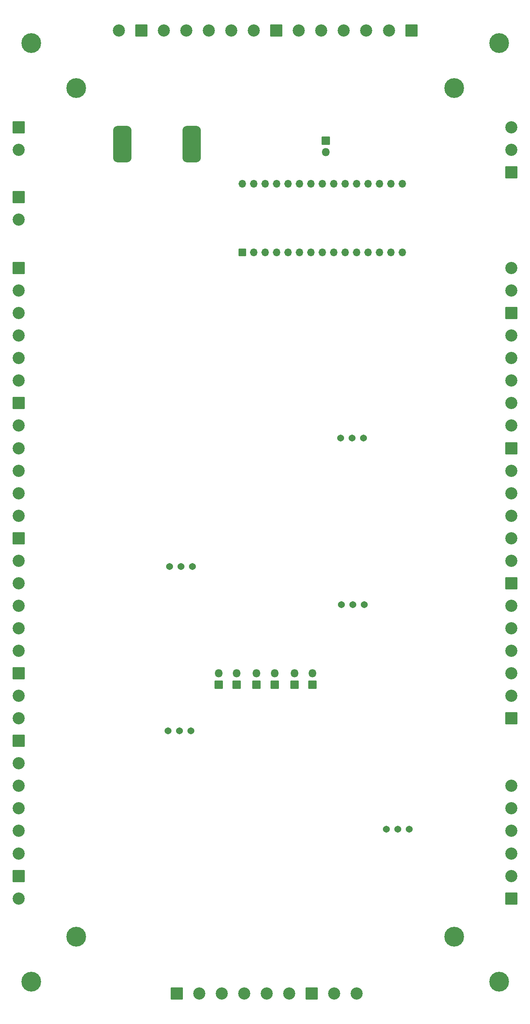
<source format=gbr>
%TF.GenerationSoftware,KiCad,Pcbnew,7.0.7*%
%TF.CreationDate,2023-09-28T18:20:59+01:00*%
%TF.ProjectId,pipcb,70697063-622e-46b6-9963-61645f706362,rev?*%
%TF.SameCoordinates,Original*%
%TF.FileFunction,Soldermask,Bot*%
%TF.FilePolarity,Negative*%
%FSLAX46Y46*%
G04 Gerber Fmt 4.6, Leading zero omitted, Abs format (unit mm)*
G04 Created by KiCad (PCBNEW 7.0.7) date 2023-09-28 18:20:59*
%MOMM*%
%LPD*%
G01*
G04 APERTURE LIST*
G04 Aperture macros list*
%AMRoundRect*
0 Rectangle with rounded corners*
0 $1 Rounding radius*
0 $2 $3 $4 $5 $6 $7 $8 $9 X,Y pos of 4 corners*
0 Add a 4 corners polygon primitive as box body*
4,1,4,$2,$3,$4,$5,$6,$7,$8,$9,$2,$3,0*
0 Add four circle primitives for the rounded corners*
1,1,$1+$1,$2,$3*
1,1,$1+$1,$4,$5*
1,1,$1+$1,$6,$7*
1,1,$1+$1,$8,$9*
0 Add four rect primitives between the rounded corners*
20,1,$1+$1,$2,$3,$4,$5,0*
20,1,$1+$1,$4,$5,$6,$7,0*
20,1,$1+$1,$6,$7,$8,$9,0*
20,1,$1+$1,$8,$9,$2,$3,0*%
G04 Aperture macros list end*
%ADD10RoundRect,0.050000X1.300000X1.300000X-1.300000X1.300000X-1.300000X-1.300000X1.300000X-1.300000X0*%
%ADD11C,2.700000*%
%ADD12C,1.540000*%
%ADD13C,4.400000*%
%ADD14RoundRect,0.050000X0.850000X0.850000X-0.850000X0.850000X-0.850000X-0.850000X0.850000X-0.850000X0*%
%ADD15O,1.800000X1.800000*%
%ADD16RoundRect,0.050000X1.300000X-1.300000X1.300000X1.300000X-1.300000X1.300000X-1.300000X-1.300000X0*%
%ADD17RoundRect,0.050000X-1.300000X1.300000X-1.300000X-1.300000X1.300000X-1.300000X1.300000X1.300000X0*%
%ADD18RoundRect,0.050000X-0.850000X-0.850000X0.850000X-0.850000X0.850000X0.850000X-0.850000X0.850000X0*%
%ADD19RoundRect,0.050000X-1.300000X-1.300000X1.300000X-1.300000X1.300000X1.300000X-1.300000X1.300000X0*%
%ADD20RoundRect,1.050000X-1.000000X-3.000000X1.000000X-3.000000X1.000000X3.000000X-1.000000X3.000000X0*%
%ADD21RoundRect,0.050000X0.800000X-0.800000X0.800000X0.800000X-0.800000X0.800000X-0.800000X-0.800000X0*%
%ADD22O,1.700000X1.700000*%
G04 APERTURE END LIST*
D10*
%TO.C,J15*%
X87540000Y39750000D03*
D11*
X82540000Y39750000D03*
X77540000Y39750000D03*
X72540000Y39750000D03*
X67540000Y39750000D03*
X62540000Y39750000D03*
%TD*%
D12*
%TO.C,RV5*%
X71960000Y-87750000D03*
X74500000Y-87750000D03*
X77040000Y-87750000D03*
%TD*%
D13*
%TO.C,H7*%
X97040000Y27000000D03*
%TD*%
D14*
%TO.C,JP5*%
X65540000Y-105550000D03*
D15*
X65540000Y-103010000D03*
%TD*%
D16*
%TO.C,J13*%
X109790000Y8250000D03*
D11*
X109790000Y13250000D03*
X109790000Y18250000D03*
%TD*%
D17*
%TO.C,J14*%
X290000Y-118000000D03*
D11*
X290000Y-123000000D03*
X290000Y-128000000D03*
X290000Y-133000000D03*
X290000Y-138000000D03*
X290000Y-143000000D03*
%TD*%
D16*
%TO.C,J10*%
X109790000Y-23000000D03*
D11*
X109790000Y-18000000D03*
X109790000Y-13000000D03*
%TD*%
D10*
%TO.C,J18*%
X27540000Y39750000D03*
D11*
X22540000Y39750000D03*
%TD*%
D12*
%TO.C,RV3*%
X71790000Y-50750000D03*
X74330000Y-50750000D03*
X76870000Y-50750000D03*
%TD*%
D17*
%TO.C,J2*%
X290000Y-13000000D03*
D11*
X290000Y-18000000D03*
X290000Y-23000000D03*
X290000Y-28000000D03*
X290000Y-33000000D03*
X290000Y-38000000D03*
%TD*%
D13*
%TO.C,H5*%
X13040000Y-161500000D03*
%TD*%
D16*
%TO.C,J12*%
X109790000Y-153000000D03*
D11*
X109790000Y-148000000D03*
X109790000Y-143000000D03*
X109790000Y-138000000D03*
X109790000Y-133000000D03*
X109790000Y-128000000D03*
%TD*%
D16*
%TO.C,J1*%
X109790000Y-113000000D03*
D11*
X109790000Y-108000000D03*
X109790000Y-103000000D03*
X109790000Y-98000000D03*
X109790000Y-93000000D03*
X109790000Y-88000000D03*
%TD*%
D13*
%TO.C,H3*%
X3040000Y-171500000D03*
%TD*%
D18*
%TO.C,J9*%
X68540000Y15275000D03*
D15*
X68540000Y12735000D03*
%TD*%
D14*
%TO.C,JP2*%
X44740000Y-105550000D03*
D15*
X44740000Y-103010000D03*
%TD*%
D17*
%TO.C,J5*%
X290000Y-43000000D03*
D11*
X290000Y-48000000D03*
X290000Y-53000000D03*
X290000Y-58000000D03*
X290000Y-63000000D03*
X290000Y-68000000D03*
%TD*%
D17*
%TO.C,J11*%
X290000Y-103000000D03*
D11*
X290000Y-108000000D03*
X290000Y-113000000D03*
%TD*%
D13*
%TO.C,H1*%
X107040000Y-171500000D03*
%TD*%
D14*
%TO.C,JP1*%
X48740000Y-105550000D03*
D15*
X48740000Y-103010000D03*
%TD*%
D12*
%TO.C,RV4*%
X38580000Y-115750000D03*
X36040000Y-115750000D03*
X33500000Y-115750000D03*
%TD*%
D19*
%TO.C,J19*%
X35390000Y-174120000D03*
D11*
X40390000Y-174120000D03*
X45390000Y-174120000D03*
X50390000Y-174120000D03*
X55390000Y-174120000D03*
X60390000Y-174120000D03*
%TD*%
D13*
%TO.C,H4*%
X107040000Y37000000D03*
%TD*%
D12*
%TO.C,RV2*%
X38870000Y-79250000D03*
X36330000Y-79250000D03*
X33790000Y-79250000D03*
%TD*%
D17*
%TO.C,J16*%
X290000Y-148000000D03*
D11*
X290000Y-153000000D03*
%TD*%
D19*
%TO.C,J20*%
X65390000Y-174120000D03*
D11*
X70390000Y-174120000D03*
X75390000Y-174120000D03*
%TD*%
D13*
%TO.C,H8*%
X13040000Y27000000D03*
%TD*%
%TO.C,H6*%
X97040000Y-161500000D03*
%TD*%
D14*
%TO.C,JP4*%
X53140000Y-105550000D03*
D15*
X53140000Y-103010000D03*
%TD*%
D20*
%TO.C,SW1*%
X23290000Y14500000D03*
X38690000Y14500000D03*
%TD*%
D21*
%TO.C,A1*%
X50000000Y-9500000D03*
D22*
X52540000Y-9500000D03*
X55080000Y-9500000D03*
X57620000Y-9500000D03*
X60160000Y-9500000D03*
X62700000Y-9500000D03*
X65240000Y-9500000D03*
X67780000Y-9500000D03*
X70320000Y-9500000D03*
X72860000Y-9500000D03*
X75400000Y-9500000D03*
X77940000Y-9500000D03*
X80480000Y-9500000D03*
X83020000Y-9500000D03*
X85560000Y-9500000D03*
X85560000Y5740000D03*
X83020000Y5740000D03*
X80480000Y5740000D03*
X77940000Y5740000D03*
X75400000Y5740000D03*
X72860000Y5740000D03*
X70320000Y5740000D03*
X67780000Y5740000D03*
X65240000Y5740000D03*
X62700000Y5740000D03*
X60160000Y5740000D03*
X57620000Y5740000D03*
X55080000Y5740000D03*
X52540000Y5740000D03*
X50000000Y5740000D03*
%TD*%
D17*
%TO.C,J3*%
X290000Y18250000D03*
D11*
X290000Y13250000D03*
%TD*%
D10*
%TO.C,J17*%
X57540000Y39750000D03*
D11*
X52540000Y39750000D03*
X47540000Y39750000D03*
X42540000Y39750000D03*
X37540000Y39750000D03*
X32540000Y39750000D03*
%TD*%
D16*
%TO.C,J4*%
X109790000Y-83000000D03*
D11*
X109790000Y-78000000D03*
X109790000Y-73000000D03*
X109790000Y-68000000D03*
X109790000Y-63000000D03*
X109790000Y-58000000D03*
%TD*%
D17*
%TO.C,J8*%
X290000Y-73000000D03*
D11*
X290000Y-78000000D03*
X290000Y-83000000D03*
X290000Y-88000000D03*
X290000Y-93000000D03*
X290000Y-98000000D03*
%TD*%
D16*
%TO.C,J7*%
X109790000Y-53000000D03*
D11*
X109790000Y-48000000D03*
X109790000Y-43000000D03*
X109790000Y-38000000D03*
X109790000Y-33000000D03*
X109790000Y-28000000D03*
%TD*%
D14*
%TO.C,JP3*%
X57140000Y-105550000D03*
D15*
X57140000Y-103010000D03*
%TD*%
D17*
%TO.C,J6*%
X290000Y2750000D03*
D11*
X290000Y-2250000D03*
%TD*%
D13*
%TO.C,H2*%
X3040000Y37000000D03*
%TD*%
D14*
%TO.C,JP6*%
X61540000Y-105550000D03*
D15*
X61540000Y-103010000D03*
%TD*%
D12*
%TO.C,RV1*%
X87040000Y-137650000D03*
X84500000Y-137650000D03*
X81960000Y-137650000D03*
%TD*%
M02*

</source>
